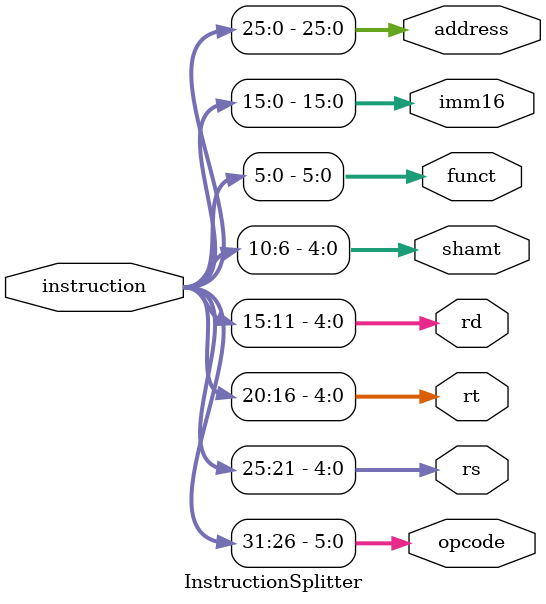
<source format=v>
`timescale 1ns / 1ps
module InstructionSplitter(
    input [31:0] instruction,
    output [5:0] opcode,
    output [4:0] rs,
    output [4:0] rt,
    output [4:0] rd,
    output [4:0] shamt,
    output [5:0] funct,
    output [15:0] imm16,
    output [25:0] address
    );
assign opcode = instruction[31:26];
assign rs = instruction[25:21];
assign rt = instruction[20:16];
assign rd = instruction[15:11];
assign shamt = instruction[10:6];
assign funct = instruction[5:0];
assign imm16 = instruction[15:0];
assign address = instruction[25:0];

endmodule

</source>
